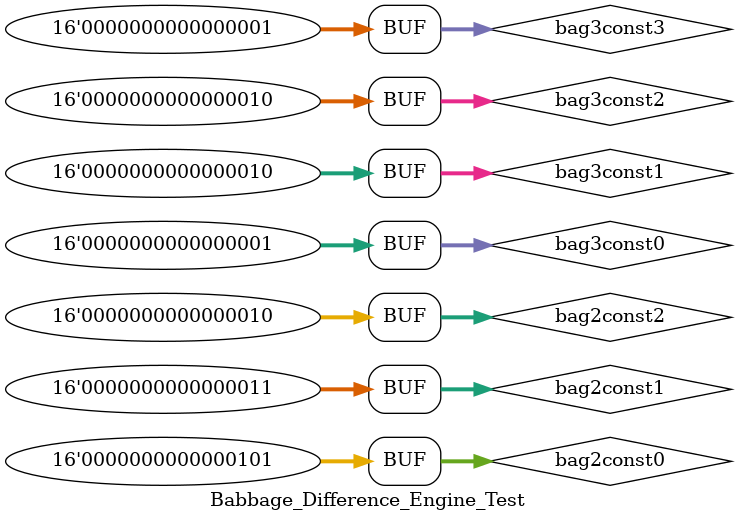
<source format=v>
`timescale 1ns / 1ps


module Babbage_Difference_Engine_Test;
    reg [15:0] bag3const0;
    reg [15:0] bag3const1;
    reg [15:0] bag3const2;
    reg [15:0] bag3const3;
    wire[15:0] bag3position;
    reg [15:0] bag2const0;
    reg [15:0] bag2const1;
    reg [15:0] bag2const2;
    wire[15:0] bag2position;      
       
            Third_Order_Babbage#(4) Bab3(
                .const0(bag3const0),
                .const1(bag3const1),
                .const2(bag3const2),
                .const3(bag3const3),
                .position(bag3position)
                );
              
    
        
            Second_Order_Babbage#(4) Bab2(
                .const0(bag2const0),
                .const1(bag2const1),
                .const2(bag2const2),
                .position(bag2position)
                
                );
        
        
        
        
        
        initial
        begin
        bag3const0 <= 1;
        bag3const1 <= 2;
        bag3const2 <= 2;
        bag3const3 <= 1;
        bag2const0 <= 5;
        bag2const1 <= 3;
        bag2const2 <= 2;
        end
        
    
endmodule

</source>
